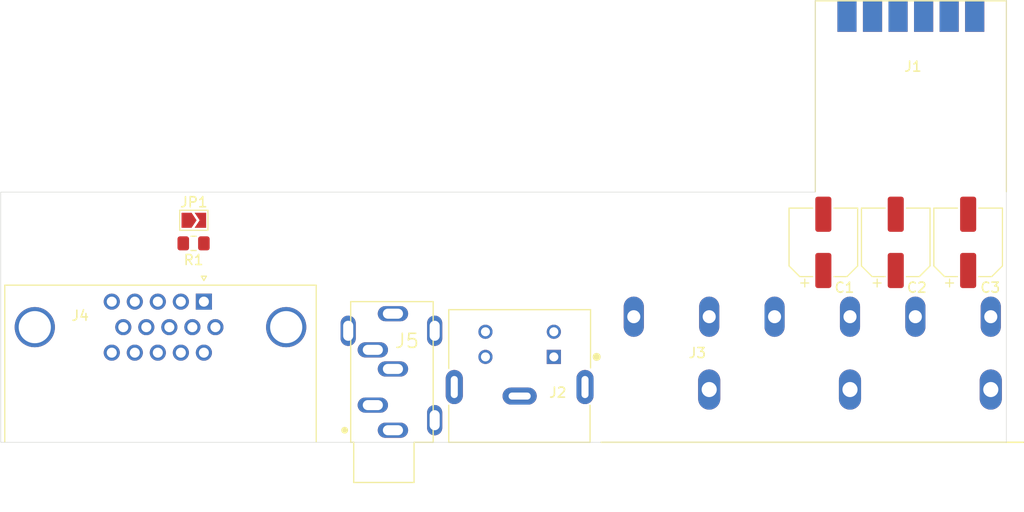
<source format=kicad_pcb>
(kicad_pcb (version 20171130) (host pcbnew "(5.1.0)-1")

  (general
    (thickness 1.6)
    (drawings 7)
    (tracks 0)
    (zones 0)
    (modules 10)
    (nets 22)
  )

  (page A4)
  (layers
    (0 F.Cu signal)
    (31 B.Cu signal)
    (32 B.Adhes user)
    (33 F.Adhes user)
    (34 B.Paste user)
    (35 F.Paste user)
    (36 B.SilkS user)
    (37 F.SilkS user)
    (38 B.Mask user)
    (39 F.Mask user)
    (40 Dwgs.User user)
    (41 Cmts.User user)
    (42 Eco1.User user)
    (43 Eco2.User user)
    (44 Edge.Cuts user)
    (45 Margin user)
    (46 B.CrtYd user)
    (47 F.CrtYd user)
    (48 B.Fab user)
    (49 F.Fab user)
  )

  (setup
    (last_trace_width 0.25)
    (trace_clearance 0.2)
    (zone_clearance 0.508)
    (zone_45_only no)
    (trace_min 0.2)
    (via_size 0.8)
    (via_drill 0.4)
    (via_min_size 0.4)
    (via_min_drill 0.3)
    (uvia_size 0.3)
    (uvia_drill 0.1)
    (uvias_allowed no)
    (uvia_min_size 0.2)
    (uvia_min_drill 0.1)
    (edge_width 0.05)
    (segment_width 0.2)
    (pcb_text_width 0.3)
    (pcb_text_size 1.5 1.5)
    (mod_edge_width 0.12)
    (mod_text_size 1 1)
    (mod_text_width 0.15)
    (pad_size 1.524 1.524)
    (pad_drill 0.762)
    (pad_to_mask_clearance 0.051)
    (solder_mask_min_width 0.25)
    (aux_axis_origin 0 0)
    (visible_elements 7FFFFFFF)
    (pcbplotparams
      (layerselection 0x010fc_ffffffff)
      (usegerberextensions false)
      (usegerberattributes false)
      (usegerberadvancedattributes false)
      (creategerberjobfile false)
      (excludeedgelayer true)
      (linewidth 0.100000)
      (plotframeref false)
      (viasonmask false)
      (mode 1)
      (useauxorigin false)
      (hpglpennumber 1)
      (hpglpenspeed 20)
      (hpglpendiameter 15.000000)
      (psnegative false)
      (psa4output false)
      (plotreference true)
      (plotvalue true)
      (plotinvisibletext false)
      (padsonsilk false)
      (subtractmaskfromsilk false)
      (outputformat 1)
      (mirror false)
      (drillshape 1)
      (scaleselection 1)
      (outputdirectory ""))
  )

  (net 0 "")
  (net 1 RED)
  (net 2 RED_OUT)
  (net 3 GREEN_OUT)
  (net 4 GREEN)
  (net 5 BLUE)
  (net 6 BLUE_OUT)
  (net 7 CSYNC)
  (net 8 GND)
  (net 9 LUMA)
  (net 10 CVBS)
  (net 11 LEFT)
  (net 12 CHROMA)
  (net 13 5V)
  (net 14 RIGHT)
  (net 15 "Net-(J4-Pad4)")
  (net 16 "Net-(J4-Pad9)")
  (net 17 "Net-(J4-Pad11)")
  (net 18 "Net-(J4-Pad12)")
  (net 19 VGA_SYNC_OUT)
  (net 20 "Net-(J4-Pad14)")
  (net 21 "Net-(J4-Pad15)")

  (net_class Default "This is the default net class."
    (clearance 0.2)
    (trace_width 0.25)
    (via_dia 0.8)
    (via_drill 0.4)
    (uvia_dia 0.3)
    (uvia_drill 0.1)
    (add_net 5V)
    (add_net BLUE)
    (add_net BLUE_OUT)
    (add_net CHROMA)
    (add_net CSYNC)
    (add_net CVBS)
    (add_net GND)
    (add_net GREEN)
    (add_net GREEN_OUT)
    (add_net LEFT)
    (add_net LUMA)
    (add_net "Net-(J4-Pad11)")
    (add_net "Net-(J4-Pad12)")
    (add_net "Net-(J4-Pad14)")
    (add_net "Net-(J4-Pad15)")
    (add_net "Net-(J4-Pad4)")
    (add_net "Net-(J4-Pad9)")
    (add_net RED)
    (add_net RED_OUT)
    (add_net RIGHT)
    (add_net VGA_SYNC_OUT)
  )

  (module Tinkerplunk:3x2_RCA (layer F.Cu) (tedit 5D1CDCC4) (tstamp 5D1BE6E9)
    (at 164.3 69.7)
    (path /5D1A4EE0)
    (fp_text reference J3 (at -11.43 -8.89) (layer F.SilkS)
      (effects (font (size 1 1) (thickness 0.15)))
    )
    (fp_text value Conn_01x09_Female (at 10.16 -7.62) (layer F.Fab)
      (effects (font (size 1 1) (thickness 0.15)))
    )
    (fp_line (start -21 0) (end 21 0) (layer F.SilkS) (width 0.15))
    (pad "" np_thru_hole oval (at -20.15 -8.75) (size 1.7 4.7) (drill oval 1.7 4.7) (layers *.Cu *.Mask))
    (pad 4 thru_hole oval (at 3.75 -12.5) (size 2 4) (drill 1.3) (layers *.Cu *.Mask)
      (net 6 BLUE_OUT))
    (pad 3 thru_hole oval (at -3.75 -12.5) (size 2 4) (drill 1.3) (layers *.Cu *.Mask)
      (net 11 LEFT))
    (pad 2 thru_hole oval (at -10.25 -12.5) (size 2 4) (drill 1.3) (layers *.Cu *.Mask)
      (net 3 GREEN_OUT))
    (pad 1 thru_hole oval (at -17.75 -12.5) (size 2 4) (drill 1.3) (layers *.Cu *.Mask)
      (net 10 CVBS))
    (pad 5 thru_hole oval (at 10.25 -12.5) (size 2 4) (drill 1.3) (layers *.Cu *.Mask)
      (net 14 RIGHT))
    (pad 6 thru_hole oval (at 17.75 -12.5) (size 2 4) (drill 1.3) (layers *.Cu *.Mask)
      (net 2 RED_OUT))
    (pad 7 thru_hole oval (at -10.25 -5.25) (size 2.2 4) (drill 1.5) (layers *.Cu *.Mask)
      (net 8 GND))
    (pad 8 thru_hole oval (at 3.75 -5.25) (size 2.2 4) (drill 1.5) (layers *.Cu *.Mask)
      (net 8 GND))
    (pad 9 thru_hole oval (at 17.75 -5.25) (size 2.2 4) (drill 1.5) (layers *.Cu *.Mask)
      (net 8 GND))
    (model "C:/Users/jacob/Documents/Github/Tinkerplunk-KiCAD-Footprints/Tinkerplunk.pretty/3D Models/3x2_RCA.STEP"
      (offset (xyz 0 0 28.5))
      (scale (xyz 1 1 1))
      (rotate (xyz 180 0 0))
    )
  )

  (module Capacitor_SMD:CP_Elec_6.3x5.4 (layer F.Cu) (tedit 5BCA39D0) (tstamp 5D1BE650)
    (at 165.4 49.8 90)
    (descr "SMD capacitor, aluminum electrolytic, Panasonic C55, 6.3x5.4mm")
    (tags "capacitor electrolytic")
    (path /5D1B9384)
    (attr smd)
    (fp_text reference C1 (at -4.5 2.1 180) (layer F.SilkS)
      (effects (font (size 1 1) (thickness 0.15)))
    )
    (fp_text value 220uF (at 0 4.35 90) (layer F.Fab)
      (effects (font (size 1 1) (thickness 0.15)))
    )
    (fp_circle (center 0 0) (end 3.15 0) (layer F.Fab) (width 0.1))
    (fp_line (start 3.3 -3.3) (end 3.3 3.3) (layer F.Fab) (width 0.1))
    (fp_line (start -2.3 -3.3) (end 3.3 -3.3) (layer F.Fab) (width 0.1))
    (fp_line (start -2.3 3.3) (end 3.3 3.3) (layer F.Fab) (width 0.1))
    (fp_line (start -3.3 -2.3) (end -3.3 2.3) (layer F.Fab) (width 0.1))
    (fp_line (start -3.3 -2.3) (end -2.3 -3.3) (layer F.Fab) (width 0.1))
    (fp_line (start -3.3 2.3) (end -2.3 3.3) (layer F.Fab) (width 0.1))
    (fp_line (start -2.704838 -1.33) (end -2.074838 -1.33) (layer F.Fab) (width 0.1))
    (fp_line (start -2.389838 -1.645) (end -2.389838 -1.015) (layer F.Fab) (width 0.1))
    (fp_line (start 3.41 3.41) (end 3.41 1.06) (layer F.SilkS) (width 0.12))
    (fp_line (start 3.41 -3.41) (end 3.41 -1.06) (layer F.SilkS) (width 0.12))
    (fp_line (start -2.345563 -3.41) (end 3.41 -3.41) (layer F.SilkS) (width 0.12))
    (fp_line (start -2.345563 3.41) (end 3.41 3.41) (layer F.SilkS) (width 0.12))
    (fp_line (start -3.41 2.345563) (end -3.41 1.06) (layer F.SilkS) (width 0.12))
    (fp_line (start -3.41 -2.345563) (end -3.41 -1.06) (layer F.SilkS) (width 0.12))
    (fp_line (start -3.41 -2.345563) (end -2.345563 -3.41) (layer F.SilkS) (width 0.12))
    (fp_line (start -3.41 2.345563) (end -2.345563 3.41) (layer F.SilkS) (width 0.12))
    (fp_line (start -4.4375 -1.8475) (end -3.65 -1.8475) (layer F.SilkS) (width 0.12))
    (fp_line (start -4.04375 -2.24125) (end -4.04375 -1.45375) (layer F.SilkS) (width 0.12))
    (fp_line (start 3.55 -3.55) (end 3.55 -1.05) (layer F.CrtYd) (width 0.05))
    (fp_line (start 3.55 -1.05) (end 4.8 -1.05) (layer F.CrtYd) (width 0.05))
    (fp_line (start 4.8 -1.05) (end 4.8 1.05) (layer F.CrtYd) (width 0.05))
    (fp_line (start 4.8 1.05) (end 3.55 1.05) (layer F.CrtYd) (width 0.05))
    (fp_line (start 3.55 1.05) (end 3.55 3.55) (layer F.CrtYd) (width 0.05))
    (fp_line (start -2.4 3.55) (end 3.55 3.55) (layer F.CrtYd) (width 0.05))
    (fp_line (start -2.4 -3.55) (end 3.55 -3.55) (layer F.CrtYd) (width 0.05))
    (fp_line (start -3.55 2.4) (end -2.4 3.55) (layer F.CrtYd) (width 0.05))
    (fp_line (start -3.55 -2.4) (end -2.4 -3.55) (layer F.CrtYd) (width 0.05))
    (fp_line (start -3.55 -2.4) (end -3.55 -1.05) (layer F.CrtYd) (width 0.05))
    (fp_line (start -3.55 1.05) (end -3.55 2.4) (layer F.CrtYd) (width 0.05))
    (fp_line (start -3.55 -1.05) (end -4.8 -1.05) (layer F.CrtYd) (width 0.05))
    (fp_line (start -4.8 -1.05) (end -4.8 1.05) (layer F.CrtYd) (width 0.05))
    (fp_line (start -4.8 1.05) (end -3.55 1.05) (layer F.CrtYd) (width 0.05))
    (fp_text user %R (at 0 0 90) (layer F.Fab)
      (effects (font (size 1 1) (thickness 0.15)))
    )
    (pad 1 smd roundrect (at -2.8 0 90) (size 3.5 1.6) (layers F.Cu F.Paste F.Mask) (roundrect_rratio 0.15625)
      (net 1 RED))
    (pad 2 smd roundrect (at 2.8 0 90) (size 3.5 1.6) (layers F.Cu F.Paste F.Mask) (roundrect_rratio 0.15625)
      (net 2 RED_OUT))
    (model ${KISYS3DMOD}/Capacitor_SMD.3dshapes/CP_Elec_6.3x5.4.wrl
      (at (xyz 0 0 0))
      (scale (xyz 1 1 1))
      (rotate (xyz 0 0 0))
    )
  )

  (module Capacitor_SMD:CP_Elec_6.3x5.4 (layer F.Cu) (tedit 5BCA39D0) (tstamp 5D1BE678)
    (at 172.6 49.8 90)
    (descr "SMD capacitor, aluminum electrolytic, Panasonic C55, 6.3x5.4mm")
    (tags "capacitor electrolytic")
    (path /5D1BD373)
    (attr smd)
    (fp_text reference C2 (at -4.5 2.1 180) (layer F.SilkS)
      (effects (font (size 1 1) (thickness 0.15)))
    )
    (fp_text value 220uF (at 0 4.35 90) (layer F.Fab)
      (effects (font (size 1 1) (thickness 0.15)))
    )
    (fp_text user %R (at 0 0 90) (layer F.Fab)
      (effects (font (size 1 1) (thickness 0.15)))
    )
    (fp_line (start -4.8 1.05) (end -3.55 1.05) (layer F.CrtYd) (width 0.05))
    (fp_line (start -4.8 -1.05) (end -4.8 1.05) (layer F.CrtYd) (width 0.05))
    (fp_line (start -3.55 -1.05) (end -4.8 -1.05) (layer F.CrtYd) (width 0.05))
    (fp_line (start -3.55 1.05) (end -3.55 2.4) (layer F.CrtYd) (width 0.05))
    (fp_line (start -3.55 -2.4) (end -3.55 -1.05) (layer F.CrtYd) (width 0.05))
    (fp_line (start -3.55 -2.4) (end -2.4 -3.55) (layer F.CrtYd) (width 0.05))
    (fp_line (start -3.55 2.4) (end -2.4 3.55) (layer F.CrtYd) (width 0.05))
    (fp_line (start -2.4 -3.55) (end 3.55 -3.55) (layer F.CrtYd) (width 0.05))
    (fp_line (start -2.4 3.55) (end 3.55 3.55) (layer F.CrtYd) (width 0.05))
    (fp_line (start 3.55 1.05) (end 3.55 3.55) (layer F.CrtYd) (width 0.05))
    (fp_line (start 4.8 1.05) (end 3.55 1.05) (layer F.CrtYd) (width 0.05))
    (fp_line (start 4.8 -1.05) (end 4.8 1.05) (layer F.CrtYd) (width 0.05))
    (fp_line (start 3.55 -1.05) (end 4.8 -1.05) (layer F.CrtYd) (width 0.05))
    (fp_line (start 3.55 -3.55) (end 3.55 -1.05) (layer F.CrtYd) (width 0.05))
    (fp_line (start -4.04375 -2.24125) (end -4.04375 -1.45375) (layer F.SilkS) (width 0.12))
    (fp_line (start -4.4375 -1.8475) (end -3.65 -1.8475) (layer F.SilkS) (width 0.12))
    (fp_line (start -3.41 2.345563) (end -2.345563 3.41) (layer F.SilkS) (width 0.12))
    (fp_line (start -3.41 -2.345563) (end -2.345563 -3.41) (layer F.SilkS) (width 0.12))
    (fp_line (start -3.41 -2.345563) (end -3.41 -1.06) (layer F.SilkS) (width 0.12))
    (fp_line (start -3.41 2.345563) (end -3.41 1.06) (layer F.SilkS) (width 0.12))
    (fp_line (start -2.345563 3.41) (end 3.41 3.41) (layer F.SilkS) (width 0.12))
    (fp_line (start -2.345563 -3.41) (end 3.41 -3.41) (layer F.SilkS) (width 0.12))
    (fp_line (start 3.41 -3.41) (end 3.41 -1.06) (layer F.SilkS) (width 0.12))
    (fp_line (start 3.41 3.41) (end 3.41 1.06) (layer F.SilkS) (width 0.12))
    (fp_line (start -2.389838 -1.645) (end -2.389838 -1.015) (layer F.Fab) (width 0.1))
    (fp_line (start -2.704838 -1.33) (end -2.074838 -1.33) (layer F.Fab) (width 0.1))
    (fp_line (start -3.3 2.3) (end -2.3 3.3) (layer F.Fab) (width 0.1))
    (fp_line (start -3.3 -2.3) (end -2.3 -3.3) (layer F.Fab) (width 0.1))
    (fp_line (start -3.3 -2.3) (end -3.3 2.3) (layer F.Fab) (width 0.1))
    (fp_line (start -2.3 3.3) (end 3.3 3.3) (layer F.Fab) (width 0.1))
    (fp_line (start -2.3 -3.3) (end 3.3 -3.3) (layer F.Fab) (width 0.1))
    (fp_line (start 3.3 -3.3) (end 3.3 3.3) (layer F.Fab) (width 0.1))
    (fp_circle (center 0 0) (end 3.15 0) (layer F.Fab) (width 0.1))
    (pad 2 smd roundrect (at 2.8 0 90) (size 3.5 1.6) (layers F.Cu F.Paste F.Mask) (roundrect_rratio 0.15625)
      (net 3 GREEN_OUT))
    (pad 1 smd roundrect (at -2.8 0 90) (size 3.5 1.6) (layers F.Cu F.Paste F.Mask) (roundrect_rratio 0.15625)
      (net 4 GREEN))
    (model ${KISYS3DMOD}/Capacitor_SMD.3dshapes/CP_Elec_6.3x5.4.wrl
      (at (xyz 0 0 0))
      (scale (xyz 1 1 1))
      (rotate (xyz 0 0 0))
    )
  )

  (module Capacitor_SMD:CP_Elec_6.3x5.4 (layer F.Cu) (tedit 5BCA39D0) (tstamp 5D1BE6A0)
    (at 179.8 49.8 90)
    (descr "SMD capacitor, aluminum electrolytic, Panasonic C55, 6.3x5.4mm")
    (tags "capacitor electrolytic")
    (path /5D1BD94B)
    (attr smd)
    (fp_text reference C3 (at -4.5 2.2 180) (layer F.SilkS)
      (effects (font (size 1 1) (thickness 0.15)))
    )
    (fp_text value 220uF (at 0 4.35 90) (layer F.Fab)
      (effects (font (size 1 1) (thickness 0.15)))
    )
    (fp_circle (center 0 0) (end 3.15 0) (layer F.Fab) (width 0.1))
    (fp_line (start 3.3 -3.3) (end 3.3 3.3) (layer F.Fab) (width 0.1))
    (fp_line (start -2.3 -3.3) (end 3.3 -3.3) (layer F.Fab) (width 0.1))
    (fp_line (start -2.3 3.3) (end 3.3 3.3) (layer F.Fab) (width 0.1))
    (fp_line (start -3.3 -2.3) (end -3.3 2.3) (layer F.Fab) (width 0.1))
    (fp_line (start -3.3 -2.3) (end -2.3 -3.3) (layer F.Fab) (width 0.1))
    (fp_line (start -3.3 2.3) (end -2.3 3.3) (layer F.Fab) (width 0.1))
    (fp_line (start -2.704838 -1.33) (end -2.074838 -1.33) (layer F.Fab) (width 0.1))
    (fp_line (start -2.389838 -1.645) (end -2.389838 -1.015) (layer F.Fab) (width 0.1))
    (fp_line (start 3.41 3.41) (end 3.41 1.06) (layer F.SilkS) (width 0.12))
    (fp_line (start 3.41 -3.41) (end 3.41 -1.06) (layer F.SilkS) (width 0.12))
    (fp_line (start -2.345563 -3.41) (end 3.41 -3.41) (layer F.SilkS) (width 0.12))
    (fp_line (start -2.345563 3.41) (end 3.41 3.41) (layer F.SilkS) (width 0.12))
    (fp_line (start -3.41 2.345563) (end -3.41 1.06) (layer F.SilkS) (width 0.12))
    (fp_line (start -3.41 -2.345563) (end -3.41 -1.06) (layer F.SilkS) (width 0.12))
    (fp_line (start -3.41 -2.345563) (end -2.345563 -3.41) (layer F.SilkS) (width 0.12))
    (fp_line (start -3.41 2.345563) (end -2.345563 3.41) (layer F.SilkS) (width 0.12))
    (fp_line (start -4.4375 -1.8475) (end -3.65 -1.8475) (layer F.SilkS) (width 0.12))
    (fp_line (start -4.04375 -2.24125) (end -4.04375 -1.45375) (layer F.SilkS) (width 0.12))
    (fp_line (start 3.55 -3.55) (end 3.55 -1.05) (layer F.CrtYd) (width 0.05))
    (fp_line (start 3.55 -1.05) (end 4.8 -1.05) (layer F.CrtYd) (width 0.05))
    (fp_line (start 4.8 -1.05) (end 4.8 1.05) (layer F.CrtYd) (width 0.05))
    (fp_line (start 4.8 1.05) (end 3.55 1.05) (layer F.CrtYd) (width 0.05))
    (fp_line (start 3.55 1.05) (end 3.55 3.55) (layer F.CrtYd) (width 0.05))
    (fp_line (start -2.4 3.55) (end 3.55 3.55) (layer F.CrtYd) (width 0.05))
    (fp_line (start -2.4 -3.55) (end 3.55 -3.55) (layer F.CrtYd) (width 0.05))
    (fp_line (start -3.55 2.4) (end -2.4 3.55) (layer F.CrtYd) (width 0.05))
    (fp_line (start -3.55 -2.4) (end -2.4 -3.55) (layer F.CrtYd) (width 0.05))
    (fp_line (start -3.55 -2.4) (end -3.55 -1.05) (layer F.CrtYd) (width 0.05))
    (fp_line (start -3.55 1.05) (end -3.55 2.4) (layer F.CrtYd) (width 0.05))
    (fp_line (start -3.55 -1.05) (end -4.8 -1.05) (layer F.CrtYd) (width 0.05))
    (fp_line (start -4.8 -1.05) (end -4.8 1.05) (layer F.CrtYd) (width 0.05))
    (fp_line (start -4.8 1.05) (end -3.55 1.05) (layer F.CrtYd) (width 0.05))
    (fp_text user %R (at 0 0 90) (layer F.Fab)
      (effects (font (size 1 1) (thickness 0.15)))
    )
    (pad 1 smd roundrect (at -2.8 0 90) (size 3.5 1.6) (layers F.Cu F.Paste F.Mask) (roundrect_rratio 0.15625)
      (net 5 BLUE))
    (pad 2 smd roundrect (at 2.8 0 90) (size 3.5 1.6) (layers F.Cu F.Paste F.Mask) (roundrect_rratio 0.15625)
      (net 6 BLUE_OUT))
    (model ${KISYS3DMOD}/Capacitor_SMD.3dshapes/CP_Elec_6.3x5.4.wrl
      (at (xyz 0 0 0))
      (scale (xyz 1 1 1))
      (rotate (xyz 0 0 0))
    )
  )

  (module Tinkerplunk:SNES_PLUG (layer F.Cu) (tedit 5D1A4060) (tstamp 5D1BE6B3)
    (at 174.1 27.3)
    (path /5D1A4161)
    (fp_text reference J1 (at 0.21056 5) (layer F.SilkS)
      (effects (font (size 1 1) (thickness 0.15)))
    )
    (fp_text value Conn_01x12_Male (at -3.74944 3) (layer F.Fab)
      (effects (font (size 1 1) (thickness 0.15)))
    )
    (fp_line (start 9.5 17.45822) (end 9.5 -1.54178) (layer F.SilkS) (width 0.12))
    (fp_line (start 9.5 -1.54178) (end -9.5 -1.54178) (layer F.SilkS) (width 0.12))
    (fp_line (start -9.5 -1.54178) (end -9.5 17.45822) (layer F.SilkS) (width 0.12))
    (pad 1 smd rect (at -6.35 0) (size 1.905 3.08356) (layers F.Cu F.Paste F.Mask)
      (net 1 RED))
    (pad 3 smd rect (at -3.81 0) (size 1.905 3.08356) (layers F.Cu F.Paste F.Mask)
      (net 7 CSYNC))
    (pad 5 smd rect (at -1.27 0) (size 1.905 3.08356) (layers F.Cu F.Paste F.Mask)
      (net 8 GND))
    (pad 7 smd rect (at 1.27 0) (size 1.905 3.08356) (layers F.Cu F.Paste F.Mask)
      (net 9 LUMA))
    (pad 9 smd rect (at 3.81 0) (size 1.905 3.08356) (layers F.Cu F.Paste F.Mask)
      (net 10 CVBS))
    (pad 11 smd rect (at 6.35 0) (size 1.905 3.08356) (layers F.Cu F.Paste F.Mask)
      (net 11 LEFT))
    (pad 2 smd rect (at -6.35 0) (size 1.905 3.08356) (layers B.Cu B.Paste B.Mask)
      (net 4 GREEN))
    (pad 4 smd rect (at -3.81 0) (size 1.905 3.08356) (layers B.Cu B.Paste B.Mask)
      (net 5 BLUE))
    (pad 6 smd rect (at -1.27 0) (size 1.905 3.08356) (layers B.Cu B.Paste B.Mask)
      (net 8 GND))
    (pad 8 smd rect (at 1.27 0) (size 1.905 3.08356) (layers B.Cu B.Paste B.Mask)
      (net 12 CHROMA))
    (pad 10 smd rect (at 3.81 0) (size 1.905 3.08356) (layers B.Cu B.Paste B.Mask)
      (net 13 5V))
    (pad 12 smd rect (at 6.35 0) (size 1.905 3.08356) (layers B.Cu B.Paste B.Mask)
      (net 14 RIGHT))
  )

  (module Tinkerplunk:CUI_MD-40SG (layer F.Cu) (tedit 5D119149) (tstamp 5D1BE6D9)
    (at 135.2 63.1 180)
    (path /5D1A7DD6)
    (fp_text reference J2 (at -3.7925 -1.651 180) (layer F.SilkS)
      (effects (font (size 1 1) (thickness 0.15)))
    )
    (fp_text value Mini-DIN-4 (at -0.127 8.001 180) (layer F.SilkS) hide
      (effects (font (size 1.00063 1.00063) (thickness 0.05)))
    )
    (fp_line (start -7 -6.6) (end 7.05 -6.6) (layer F.SilkS) (width 0.127))
    (fp_line (start 7.05 6.6) (end -7.05 6.6) (layer F.SilkS) (width 0.127))
    (fp_line (start -7.05 6.6) (end -7.05 -6.6) (layer Eco2.User) (width 0.127))
    (fp_line (start -7.05 -6.6) (end 4.89 -6.6) (layer Eco2.User) (width 0.127))
    (fp_line (start 4.89 -6.6) (end 5.25 -6.6) (layer Eco2.User) (width 0.127))
    (fp_line (start 5.25 -6.6) (end 7.05 -6.6) (layer Eco2.User) (width 0.127))
    (fp_line (start 7.05 -6.6) (end 7.05 6.6) (layer Eco2.User) (width 0.127))
    (fp_line (start 7.05 6.6) (end -7.05 6.6) (layer Eco2.User) (width 0.127))
    (fp_line (start -7.25 -6.95) (end 7.25 -6.95) (layer Eco1.User) (width 0.05))
    (fp_line (start 7.25 -6.95) (end 7.25 -2.8) (layer Eco1.User) (width 0.05))
    (fp_line (start 7.25 -2.8) (end 7.8 -2.8) (layer Eco1.User) (width 0.05))
    (fp_line (start 7.8 -2.8) (end 7.8 0.6) (layer Eco1.User) (width 0.05))
    (fp_line (start 7.8 0.6) (end 7.3 0.6) (layer Eco1.User) (width 0.05))
    (fp_line (start 7.3 0.6) (end 7.3 6.85) (layer Eco1.User) (width 0.05))
    (fp_line (start 7.3 6.85) (end -7.25 6.85) (layer Eco1.User) (width 0.05))
    (fp_line (start -7.25 6.85) (end -7.25 0.6) (layer Eco1.User) (width 0.05))
    (fp_line (start -7.25 0.6) (end -7.85 0.6) (layer Eco1.User) (width 0.05))
    (fp_line (start -7.85 0.6) (end -7.85 -2.8) (layer Eco1.User) (width 0.05))
    (fp_line (start -7.85 -2.8) (end -7.25 -2.8) (layer Eco1.User) (width 0.05))
    (fp_line (start -7.25 -6.95) (end -7.25 -2.8) (layer Eco1.User) (width 0.05))
    (fp_line (start -7 -6.6) (end -7 -2.91) (layer F.SilkS) (width 0.127))
    (fp_line (start -7.05 6.6) (end -7.05 0.8) (layer F.SilkS) (width 0.127))
    (fp_line (start 7.05 -6.6) (end 7.05 -2.91) (layer F.SilkS) (width 0.127))
    (fp_line (start 7.05 6.6) (end 7.05 0.75) (layer F.SilkS) (width 0.127))
    (fp_line (start 5.25 -6.6) (end 4.89 -6.6) (layer Eco2.User) (width 0.127))
    (fp_circle (center -7.66 1.9) (end -7.46 1.9) (layer F.SilkS) (width 0.4))
    (fp_circle (center -5.12 1.9) (end -4.92 1.9) (layer Eco2.User) (width 0.4))
    (pad S1 thru_hole oval (at -6.5 -1.1 270) (size 3.4 1.7) (drill oval 2.2 0.7) (layers *.Cu *.Mask))
    (pad S2 thru_hole oval (at 0 -2) (size 3.4 1.7) (drill oval 2.2 0.7) (layers *.Cu *.Mask))
    (pad S3 thru_hole oval (at 6.5 -1.1 90) (size 3.4 1.7) (drill oval 2.2 0.7) (layers *.Cu *.Mask))
    (pad 3 thru_hole circle (at -3.4 4.4 90) (size 1.408 1.408) (drill 0.9) (layers *.Cu *.Mask)
      (net 9 LUMA))
    (pad 1 thru_hole rect (at -3.4 1.9 90) (size 1.408 1.408) (drill 0.9) (layers *.Cu *.Mask)
      (net 8 GND))
    (pad 2 thru_hole circle (at 3.4 1.9 90) (size 1.408 1.408) (drill 0.9) (layers *.Cu *.Mask)
      (net 8 GND))
    (pad 4 thru_hole circle (at 3.4 4.4 90) (size 1.408 1.408) (drill 0.9) (layers *.Cu *.Mask)
      (net 12 CHROMA))
    (model "C:/Users/jacob/Documents/Github/Tinkerplunk-KiCAD-Footprints/Tinkerplunk.pretty/3D Models/S-Video_CUI-40SM.step"
      (offset (xyz 0 6.5 6.5))
      (scale (xyz 1 1 1))
      (rotate (xyz -90 0 -90))
    )
  )

  (module Tinkerplunk:VGA (layer F.Cu) (tedit 5D06BDAE) (tstamp 5D1BE723)
    (at 103.8 55.7)
    (descr "15-pin D-Sub connector, horizontal/angled (90 deg), THT-mount, female, pitch 2.29x1.98mm, pin-PCB-offset 8.35mm, distance of mounting holes 25mm, distance of mounting holes to PCB edge 10.889999999999999mm, see https://disti-assets.s3.amazonaws.com/tonar/files/datasheets/16730.pdf")
    (tags "15-pin D-Sub connector horizontal angled 90deg THT female pitch 2.29x1.98mm pin-PCB-offset 8.35mm mounting-holes-distance 25mm mounting-hole-offset 25mm")
    (path /5D1A5ADF)
    (fp_text reference J4 (at -12.3015 1.397) (layer F.SilkS)
      (effects (font (size 1 1) (thickness 0.15)))
    )
    (fp_text value DB15_Female_HighDensity_MountingHoles (at -4.315 16.55) (layer F.Fab)
      (effects (font (size 1 1) (thickness 0.15)))
    )
    (fp_arc (start -16.815 2.5) (end -18.415 2.5) (angle 180) (layer F.Fab) (width 0.1))
    (fp_arc (start 8.185 2.5) (end 6.585 2.5) (angle 180) (layer F.Fab) (width 0.1))
    (fp_line (start -19.74 -1.58) (end -19.74 13.97) (layer F.Fab) (width 0.1))
    (fp_line (start -19.74 13.97) (end 11.11 13.97) (layer F.Fab) (width 0.1))
    (fp_line (start 11.11 13.97) (end 11.11 -1.58) (layer F.Fab) (width 0.1))
    (fp_line (start 11.11 -1.58) (end -19.74 -1.58) (layer F.Fab) (width 0.1))
    (fp_line (start -19.74 13.97) (end -19.74 14.37) (layer F.Fab) (width 0.1))
    (fp_line (start -19.74 14.37) (end 11.11 14.37) (layer F.Fab) (width 0.1))
    (fp_line (start 11.11 14.37) (end 11.11 13.97) (layer F.Fab) (width 0.1))
    (fp_line (start 11.11 13.97) (end -19.74 13.97) (layer F.Fab) (width 0.1))
    (fp_line (start -12.465 14.37) (end -12.465 20.37) (layer F.Fab) (width 0.1))
    (fp_line (start -12.465 20.37) (end 3.835 20.37) (layer F.Fab) (width 0.1))
    (fp_line (start 3.835 20.37) (end 3.835 14.37) (layer F.Fab) (width 0.1))
    (fp_line (start 3.835 14.37) (end -12.465 14.37) (layer F.Fab) (width 0.1))
    (fp_line (start -19.315 14.37) (end -19.315 19.37) (layer F.Fab) (width 0.1))
    (fp_line (start -19.315 19.37) (end -14.315 19.37) (layer F.Fab) (width 0.1))
    (fp_line (start -14.315 19.37) (end -14.315 14.37) (layer F.Fab) (width 0.1))
    (fp_line (start -14.315 14.37) (end -19.315 14.37) (layer F.Fab) (width 0.1))
    (fp_line (start 5.685 14.37) (end 5.685 19.37) (layer F.Fab) (width 0.1))
    (fp_line (start 5.685 19.37) (end 10.685 19.37) (layer F.Fab) (width 0.1))
    (fp_line (start 10.685 19.37) (end 10.685 14.37) (layer F.Fab) (width 0.1))
    (fp_line (start 10.685 14.37) (end 5.685 14.37) (layer F.Fab) (width 0.1))
    (fp_line (start -18.415 13.97) (end -18.415 1.42) (layer F.Fab) (width 0.1))
    (fp_line (start -15.215 13.97) (end -15.215 1.42) (layer F.Fab) (width 0.1))
    (fp_line (start 6.585 13.97) (end 6.585 1.42) (layer F.Fab) (width 0.1))
    (fp_line (start 9.785 13.97) (end 9.785 1.42) (layer F.Fab) (width 0.1))
    (fp_line (start -19.8 13.97) (end -19.8 -1.64) (layer F.SilkS) (width 0.12))
    (fp_line (start -19.8 -1.64) (end 11.17 -1.64) (layer F.SilkS) (width 0.12))
    (fp_line (start 11.17 -1.64) (end 11.17 13.97) (layer F.SilkS) (width 0.12))
    (fp_line (start -0.25 -2.534338) (end 0.25 -2.534338) (layer F.SilkS) (width 0.12))
    (fp_line (start 0.25 -2.534338) (end 0 -2.101325) (layer F.SilkS) (width 0.12))
    (fp_line (start 0 -2.101325) (end -0.25 -2.534338) (layer F.SilkS) (width 0.12))
    (fp_line (start -20.25 -2.1) (end -20.25 20.91) (layer F.CrtYd) (width 0.05))
    (fp_line (start -20.25 20.91) (end 11.65 20.91) (layer F.CrtYd) (width 0.05))
    (fp_line (start 11.65 20.91) (end 11.65 -2.1) (layer F.CrtYd) (width 0.05))
    (fp_line (start 11.65 -2.1) (end -20.25 -2.1) (layer F.CrtYd) (width 0.05))
    (fp_text user %R (at -4.315 12.05) (layer F.Fab)
      (effects (font (size 1 1) (thickness 0.15)))
    )
    (pad 1 thru_hole rect (at 0 0) (size 1.6 1.6) (drill 1) (layers *.Cu *.Mask)
      (net 2 RED_OUT))
    (pad 2 thru_hole circle (at -2.29 0) (size 1.6 1.6) (drill 1) (layers *.Cu *.Mask)
      (net 3 GREEN_OUT))
    (pad 3 thru_hole circle (at -4.58 0) (size 1.6 1.6) (drill 1) (layers *.Cu *.Mask)
      (net 6 BLUE_OUT))
    (pad 4 thru_hole circle (at -6.87 0) (size 1.6 1.6) (drill 1) (layers *.Cu *.Mask)
      (net 15 "Net-(J4-Pad4)"))
    (pad 5 thru_hole circle (at -9.16 0) (size 1.6 1.6) (drill 1) (layers *.Cu *.Mask)
      (net 8 GND))
    (pad 6 thru_hole circle (at 1.145 2.54) (size 1.6 1.6) (drill 1) (layers *.Cu *.Mask)
      (net 8 GND))
    (pad 7 thru_hole circle (at -1.145 2.54) (size 1.6 1.6) (drill 1) (layers *.Cu *.Mask)
      (net 8 GND))
    (pad 8 thru_hole circle (at -3.435 2.54) (size 1.6 1.6) (drill 1) (layers *.Cu *.Mask)
      (net 8 GND))
    (pad 9 thru_hole circle (at -5.725 2.54) (size 1.6 1.6) (drill 1) (layers *.Cu *.Mask)
      (net 16 "Net-(J4-Pad9)"))
    (pad 10 thru_hole circle (at -8.015 2.54) (size 1.6 1.6) (drill 1) (layers *.Cu *.Mask)
      (net 8 GND))
    (pad 11 thru_hole circle (at 0 5.08) (size 1.6 1.6) (drill 1) (layers *.Cu *.Mask)
      (net 17 "Net-(J4-Pad11)"))
    (pad 12 thru_hole circle (at -2.29 5.08) (size 1.6 1.6) (drill 1) (layers *.Cu *.Mask)
      (net 18 "Net-(J4-Pad12)"))
    (pad 13 thru_hole circle (at -4.58 5.08) (size 1.6 1.6) (drill 1) (layers *.Cu *.Mask)
      (net 19 VGA_SYNC_OUT))
    (pad 14 thru_hole circle (at -6.87 5.08) (size 1.6 1.6) (drill 1) (layers *.Cu *.Mask)
      (net 20 "Net-(J4-Pad14)"))
    (pad 15 thru_hole circle (at -9.16 5.08) (size 1.6 1.6) (drill 1) (layers *.Cu *.Mask)
      (net 21 "Net-(J4-Pad15)"))
    (pad 0 thru_hole circle (at -16.815 2.54) (size 4 4) (drill 3.2) (layers *.Cu *.Mask)
      (net 8 GND))
    (pad 0 thru_hole circle (at 8.185 2.54) (size 4 4) (drill 3.2) (layers *.Cu *.Mask)
      (net 8 GND))
    (model "C:/Users/jacob/Documents/Github/Tinkerplunk-KiCAD-Footprints/Tinkerplunk.pretty/3D Models/VGA.stp"
      (offset (xyz -4.25 -14 6))
      (scale (xyz 1 1 1))
      (rotate (xyz -90 0 0))
    )
  )

  (module Tinkerplunk:CUI_SJ1-3533NG (layer F.Cu) (tedit 5D119088) (tstamp 5D1BE749)
    (at 122.6 68.5 90)
    (path /5D1A86E1)
    (fp_text reference J5 (at 8.89 1.397 180) (layer F.SilkS)
      (effects (font (size 1.40069 1.40069) (thickness 0.15)))
    )
    (fp_text value AudioJack3 (at 4.191 2.54 90) (layer F.SilkS) hide
      (effects (font (size 1.4002 1.4002) (thickness 0.05)))
    )
    (fp_line (start -5.8 -0.9) (end 13.5 -0.9) (layer Eco2.User) (width 0.05))
    (fp_circle (center 0 -4.8) (end 0.17 -4.8) (layer F.SilkS) (width 0.34))
    (fp_line (start -1.5 -4.5) (end 13.1 -4.5) (layer Eco1.User) (width 0.05))
    (fp_line (start -1.5 -4.2) (end -1.5 -4.5) (layer Eco1.User) (width 0.05))
    (fp_line (start -5.5 -4.2) (end -1.5 -4.2) (layer Eco1.User) (width 0.05))
    (fp_line (start -5.5 2.4) (end -5.5 -4.2) (layer Eco1.User) (width 0.05))
    (fp_line (start -1.5 2.4) (end -5.5 2.4) (layer Eco1.User) (width 0.05))
    (fp_line (start -1.5 4.3) (end -1.5 2.4) (layer Eco1.User) (width 0.05))
    (fp_line (start 13.1 4.3) (end -1.5 4.3) (layer Eco1.User) (width 0.05))
    (fp_line (start 13.1 -4.5) (end 13.1 4.3) (layer Eco1.User) (width 0.05))
    (fp_line (start -1.2 -3.9) (end -1.2 -4.2) (layer F.SilkS) (width 0.127))
    (fp_line (start -5.2 -3.9) (end -1.2 -3.9) (layer F.SilkS) (width 0.127))
    (fp_line (start -5.2 2.1) (end -5.2 -3.9) (layer F.SilkS) (width 0.127))
    (fp_line (start -1.2 2.1) (end -5.2 2.1) (layer F.SilkS) (width 0.127))
    (fp_line (start -1.2 4) (end -1.2 2.1) (layer F.SilkS) (width 0.127))
    (fp_line (start 12.8 4) (end -1.2 4) (layer F.SilkS) (width 0.127))
    (fp_line (start 12.8 -4.2) (end 12.8 4) (layer F.SilkS) (width 0.127))
    (fp_line (start -1.2 -4.2) (end 12.8 -4.2) (layer F.SilkS) (width 0.127))
    (fp_line (start -1.2 -3.9) (end -1.2 -4.2) (layer Eco2.User) (width 0.127))
    (fp_line (start -5.2 -3.9) (end -1.2 -3.9) (layer Eco2.User) (width 0.127))
    (fp_line (start -5.2 2.1) (end -5.2 -3.9) (layer Eco2.User) (width 0.127))
    (fp_line (start -1.2 2.1) (end -5.2 2.1) (layer Eco2.User) (width 0.127))
    (fp_line (start -1.2 4) (end -1.2 2.1) (layer Eco2.User) (width 0.127))
    (fp_line (start 12.8 4) (end -1.2 4) (layer Eco2.User) (width 0.127))
    (fp_line (start 12.8 -4.2) (end 12.8 4) (layer Eco2.User) (width 0.127))
    (fp_line (start -1.2 -4.2) (end 12.8 -4.2) (layer Eco2.User) (width 0.127))
    (pad T thru_hole oval (at 8 -2 180) (size 3.016 1.508) (drill oval 2 1) (layers *.Cu *.Mask)
      (net 11 LEFT))
    (pad R thru_hole oval (at 2.5 -2 180) (size 3.016 1.508) (drill oval 2 1) (layers *.Cu *.Mask)
      (net 14 RIGHT))
    (pad S thru_hole oval (at 0 0 180) (size 3.016 1.508) (drill oval 2 1) (layers *.Cu *.Mask)
      (net 8 GND))
    (pad RS thru_hole oval (at 6.1 0 180) (size 3.016 1.508) (drill oval 2 1) (layers *.Cu *.Mask))
    (pad TS thru_hole oval (at 11.6 0 180) (size 3.016 1.508) (drill oval 2 1) (layers *.Cu *.Mask))
    (pad S thru_hole oval (at 9.9 -4.45 270) (size 3.016 1.508) (drill oval 2 1) (layers *.Cu *.Mask)
      (net 8 GND))
    (pad S thru_hole oval (at 9.9 4.15 270) (size 3.016 1.508) (drill oval 2 1) (layers *.Cu *.Mask)
      (net 8 GND))
    (pad S thru_hole oval (at 1 4.15 270) (size 3.016 1.508) (drill oval 2 1) (layers *.Cu *.Mask)
      (net 8 GND))
    (model "C:/Users/jacob/Documents/Github/Tinkerplunk-KiCAD-Footprints/Tinkerplunk.pretty/3D Models/Tall_Skinny_Headphone_Universal_CUI_SJ1-353XNX.step"
      (offset (xyz -5 1 7))
      (scale (xyz 1 1 1))
      (rotate (xyz 0 -180 0))
    )
  )

  (module Jumper:SolderJumper-2_P1.3mm_Open_TrianglePad1.0x1.5mm (layer F.Cu) (tedit 5A64794F) (tstamp 5D1BE757)
    (at 102.8 47.6)
    (descr "SMD Solder Jumper, 1x1.5mm Triangular Pads, 0.3mm gap, open")
    (tags "solder jumper open")
    (path /5D1C47B0)
    (attr virtual)
    (fp_text reference JP1 (at 0 -1.8) (layer F.SilkS)
      (effects (font (size 1 1) (thickness 0.15)))
    )
    (fp_text value Jumper (at 0 1.9) (layer F.Fab)
      (effects (font (size 1 1) (thickness 0.15)))
    )
    (fp_line (start -1.4 1) (end -1.4 -1) (layer F.SilkS) (width 0.12))
    (fp_line (start 1.4 1) (end -1.4 1) (layer F.SilkS) (width 0.12))
    (fp_line (start 1.4 -1) (end 1.4 1) (layer F.SilkS) (width 0.12))
    (fp_line (start -1.4 -1) (end 1.4 -1) (layer F.SilkS) (width 0.12))
    (fp_line (start -1.65 -1.25) (end 1.65 -1.25) (layer F.CrtYd) (width 0.05))
    (fp_line (start -1.65 -1.25) (end -1.65 1.25) (layer F.CrtYd) (width 0.05))
    (fp_line (start 1.65 1.25) (end 1.65 -1.25) (layer F.CrtYd) (width 0.05))
    (fp_line (start 1.65 1.25) (end -1.65 1.25) (layer F.CrtYd) (width 0.05))
    (pad 2 smd custom (at 0.725 0) (size 0.3 0.3) (layers F.Cu F.Mask)
      (net 19 VGA_SYNC_OUT) (zone_connect 2)
      (options (clearance outline) (anchor rect))
      (primitives
        (gr_poly (pts
           (xy -0.65 -0.75) (xy 0.5 -0.75) (xy 0.5 0.75) (xy -0.65 0.75) (xy -0.15 0)
) (width 0))
      ))
    (pad 1 smd custom (at -0.725 0) (size 0.3 0.3) (layers F.Cu F.Mask)
      (net 7 CSYNC) (zone_connect 2)
      (options (clearance outline) (anchor rect))
      (primitives
        (gr_poly (pts
           (xy -0.5 -0.75) (xy 0.5 -0.75) (xy 1 0) (xy 0.5 0.75) (xy -0.5 0.75)
) (width 0))
      ))
  )

  (module Resistor_SMD:R_0805_2012Metric_Pad1.15x1.40mm_HandSolder (layer F.Cu) (tedit 5B36C52B) (tstamp 5D1BE768)
    (at 102.775 49.9 180)
    (descr "Resistor SMD 0805 (2012 Metric), square (rectangular) end terminal, IPC_7351 nominal with elongated pad for handsoldering. (Body size source: https://docs.google.com/spreadsheets/d/1BsfQQcO9C6DZCsRaXUlFlo91Tg2WpOkGARC1WS5S8t0/edit?usp=sharing), generated with kicad-footprint-generator")
    (tags "resistor handsolder")
    (path /5D1C3F5A)
    (attr smd)
    (fp_text reference R1 (at 0 -1.65 180) (layer F.SilkS)
      (effects (font (size 1 1) (thickness 0.15)))
    )
    (fp_text value 330 (at 0 1.65 180) (layer F.Fab)
      (effects (font (size 1 1) (thickness 0.15)))
    )
    (fp_line (start -1 0.6) (end -1 -0.6) (layer F.Fab) (width 0.1))
    (fp_line (start -1 -0.6) (end 1 -0.6) (layer F.Fab) (width 0.1))
    (fp_line (start 1 -0.6) (end 1 0.6) (layer F.Fab) (width 0.1))
    (fp_line (start 1 0.6) (end -1 0.6) (layer F.Fab) (width 0.1))
    (fp_line (start -0.261252 -0.71) (end 0.261252 -0.71) (layer F.SilkS) (width 0.12))
    (fp_line (start -0.261252 0.71) (end 0.261252 0.71) (layer F.SilkS) (width 0.12))
    (fp_line (start -1.85 0.95) (end -1.85 -0.95) (layer F.CrtYd) (width 0.05))
    (fp_line (start -1.85 -0.95) (end 1.85 -0.95) (layer F.CrtYd) (width 0.05))
    (fp_line (start 1.85 -0.95) (end 1.85 0.95) (layer F.CrtYd) (width 0.05))
    (fp_line (start 1.85 0.95) (end -1.85 0.95) (layer F.CrtYd) (width 0.05))
    (fp_text user %R (at 0 0 180) (layer F.Fab)
      (effects (font (size 0.5 0.5) (thickness 0.08)))
    )
    (pad 1 smd roundrect (at -1.025 0 180) (size 1.15 1.4) (layers F.Cu F.Paste F.Mask) (roundrect_rratio 0.217391)
      (net 19 VGA_SYNC_OUT))
    (pad 2 smd roundrect (at 1.025 0 180) (size 1.15 1.4) (layers F.Cu F.Paste F.Mask) (roundrect_rratio 0.217391)
      (net 7 CSYNC))
    (model ${KISYS3DMOD}/Resistor_SMD.3dshapes/R_0805_2012Metric.wrl
      (at (xyz 0 0 0))
      (scale (xyz 1 1 1))
      (rotate (xyz 0 0 0))
    )
  )

  (gr_line (start 83.6 69.7) (end 83.6 44.8) (layer Edge.Cuts) (width 0.05) (tstamp 5D1CDE39))
  (gr_line (start 183.6 69.7) (end 83.6 69.7) (layer Edge.Cuts) (width 0.05))
  (gr_line (start 183.6 44.8) (end 183.6 69.7) (layer Edge.Cuts) (width 0.05))
  (gr_line (start 164.6 44.8) (end 83.6 44.8) (layer Edge.Cuts) (width 0.05))
  (gr_line (start 164.6 25.7) (end 164.6 44.8) (layer Edge.Cuts) (width 0.05))
  (gr_line (start 183.6 25.7) (end 183.6 44.8) (layer Edge.Cuts) (width 0.05))
  (gr_line (start 164.6 25.7) (end 183.6 25.7) (layer Edge.Cuts) (width 0.05))

)

</source>
